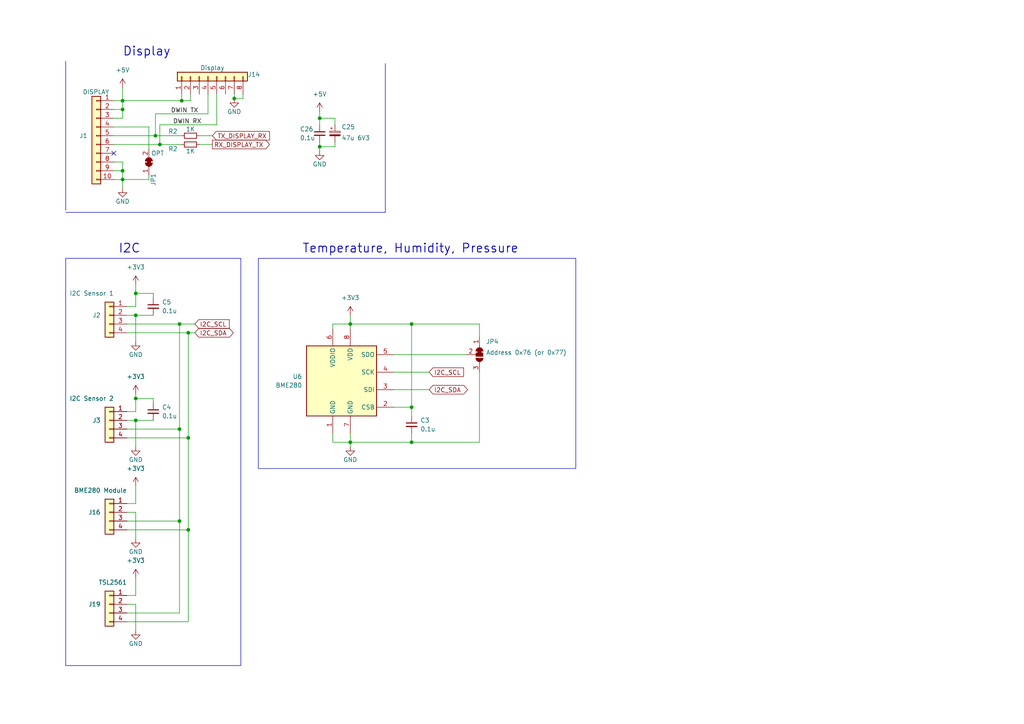
<source format=kicad_sch>
(kicad_sch (version 20230121) (generator eeschema)
  (paper "A4")
  (lib_symbols
    (symbol "Connector_Generic:Conn_01x04" (pin_names (offset 1.016) hide)
      (property "Reference" "J" (at 0 5.08 0))
      (property "Value" "Conn_01x04" (at 0 -7.62 0))
      (symbol "Conn_01x04_1_1"
        (rectangle (start -1.27 -4.953) (end 0 -5.207) (stroke (width 0.1524)))
        (rectangle (start -1.27 -2.413) (end 0 -2.667) (stroke (width 0.1524)))
        (rectangle (start -1.27 0.127) (end 0 -0.127) (stroke (width 0.1524)))
        (rectangle (start -1.27 2.667) (end 0 2.413) (stroke (width 0.1524)))
        (rectangle (start -1.27 3.81) (end 1.27 -6.35) (stroke (width 0.254)) (fill (type background)))
        (pin passive line (at -5.08 2.54 0) (length 3.81) (name "Pin_1") (number "1"))
        (pin passive line (at -5.08 0 0) (length 3.81) (name "Pin_2") (number "2"))
        (pin passive line (at -5.08 -2.54 0) (length 3.81) (name "Pin_3") (number "3"))
        (pin passive line (at -5.08 -5.08 0) (length 3.81) (name "Pin_4") (number "4"))
      )
    )
    (symbol "Connector_Generic:Conn_01x08" (pin_names (offset 1.016) hide)
      (property "Reference" "J" (at 0 10.16 0))
      (property "Value" "Conn_01x08" (at 0 -12.7 0))
      (symbol "Conn_01x08_1_1"
        (rectangle (start -1.27 -10.033) (end 0 -10.287) (stroke (width 0.1524)))
        (rectangle (start -1.27 -7.493) (end 0 -7.747) (stroke (width 0.1524)))
        (rectangle (start -1.27 -4.953) (end 0 -5.207) (stroke (width 0.1524)))
        (rectangle (start -1.27 -2.413) (end 0 -2.667) (stroke (width 0.1524)))
        (rectangle (start -1.27 0.127) (end 0 -0.127) (stroke (width 0.1524)))
        (rectangle (start -1.27 2.667) (end 0 2.413) (stroke (width 0.1524)))
        (rectangle (start -1.27 5.207) (end 0 4.953) (stroke (width 0.1524)))
        (rectangle (start -1.27 7.747) (end 0 7.493) (stroke (width 0.1524)))
        (rectangle (start -1.27 8.89) (end 1.27 -11.43) (stroke (width 0.254)) (fill (type background)))
        (pin passive line (at -5.08 7.62 0) (length 3.81) (name "Pin_1") (number "1"))
        (pin passive line (at -5.08 5.08 0) (length 3.81) (name "Pin_2") (number "2"))
        (pin passive line (at -5.08 2.54 0) (length 3.81) (name "Pin_3") (number "3"))
        (pin passive line (at -5.08 0 0) (length 3.81) (name "Pin_4") (number "4"))
        (pin passive line (at -5.08 -2.54 0) (length 3.81) (name "Pin_5") (number "5"))
        (pin passive line (at -5.08 -5.08 0) (length 3.81) (name "Pin_6") (number "6"))
        (pin passive line (at -5.08 -7.62 0) (length 3.81) (name "Pin_7") (number "7"))
        (pin passive line (at -5.08 -10.16 0) (length 3.81) (name "Pin_8") (number "8"))
      )
    )
    (symbol "Connector_Generic:Conn_01x10" (pin_names (offset 1.016) hide)
      (property "Reference" "J" (at 0 12.7 0))
      (property "Value" "Conn_01x10" (at 0 -15.24 0))
      (symbol "Conn_01x10_1_1"
        (rectangle (start -1.27 -12.573) (end 0 -12.827) (stroke (width 0.1524)))
        (rectangle (start -1.27 -10.033) (end 0 -10.287) (stroke (width 0.1524)))
        (rectangle (start -1.27 -7.493) (end 0 -7.747) (stroke (width 0.1524)))
        (rectangle (start -1.27 -4.953) (end 0 -5.207) (stroke (width 0.1524)))
        (rectangle (start -1.27 -2.413) (end 0 -2.667) (stroke (width 0.1524)))
        (rectangle (start -1.27 0.127) (end 0 -0.127) (stroke (width 0.1524)))
        (rectangle (start -1.27 2.667) (end 0 2.413) (stroke (width 0.1524)))
        (rectangle (start -1.27 5.207) (end 0 4.953) (stroke (width 0.1524)))
        (rectangle (start -1.27 7.747) (end 0 7.493) (stroke (width 0.1524)))
        (rectangle (start -1.27 10.287) (end 0 10.033) (stroke (width 0.1524)))
        (rectangle (start -1.27 11.43) (end 1.27 -13.97) (stroke (width 0.254)) (fill (type background)))
        (pin passive line (at -5.08 10.16 0) (length 3.81) (name "Pin_1") (number "1"))
        (pin passive line (at -5.08 -12.7 0) (length 3.81) (name "Pin_10") (number "10"))
        (pin passive line (at -5.08 7.62 0) (length 3.81) (name "Pin_2") (number "2"))
        (pin passive line (at -5.08 5.08 0) (length 3.81) (name "Pin_3") (number "3"))
        (pin passive line (at -5.08 2.54 0) (length 3.81) (name "Pin_4") (number "4"))
        (pin passive line (at -5.08 0 0) (length 3.81) (name "Pin_5") (number "5"))
        (pin passive line (at -5.08 -2.54 0) (length 3.81) (name "Pin_6") (number "6"))
        (pin passive line (at -5.08 -5.08 0) (length 3.81) (name "Pin_7") (number "7"))
        (pin passive line (at -5.08 -7.62 0) (length 3.81) (name "Pin_8") (number "8"))
        (pin passive line (at -5.08 -10.16 0) (length 3.81) (name "Pin_9") (number "9"))
      )
    )
    (symbol "Device:C_Polarized_Small" (pin_numbers hide) (pin_names (offset 0.254) hide)
      (property "Reference" "C" (at 0.254 1.778 0))
      (property "Value" "C_Polarized_Small" (at 0.254 -2.032 0))
      (symbol "C_Polarized_Small_0_1"
        (rectangle (start -1.524 -0.3048) (end 1.524 -0.6858) (fill (type outline)))
        (rectangle (start -1.524 0.6858) (end 1.524 0.3048))
        (polyline (pts (xy -1.27 1.524) (xy -0.762 1.524)))
        (polyline (pts (xy -1.016 1.27) (xy -1.016 1.778)))
      )
      (symbol "C_Polarized_Small_1_1"
        (pin passive line (at 0 2.54 270) (length 1.8542) (name "~") (number "1"))
        (pin passive line (at 0 -2.54 90) (length 1.8542) (name "~") (number "2"))
      )
    )
    (symbol "Device:C_Small" (pin_numbers hide) (pin_names (offset 0.254) hide)
      (property "Reference" "C" (at 0.254 1.778 0))
      (property "Value" "C_Small" (at 0.254 -2.032 0))
      (symbol "C_Small_0_1"
        (polyline (pts (xy -1.524 -0.508) (xy 1.524 -0.508)) (stroke (width 0.3302)))
        (polyline (pts (xy -1.524 0.508) (xy 1.524 0.508)) (stroke (width 0.3048)))
      )
      (symbol "C_Small_1_1"
        (pin passive line (at 0 2.54 270) (length 2.032) (name "~") (number "1"))
        (pin passive line (at 0 -2.54 90) (length 2.032) (name "~") (number "2"))
      )
    )
    (symbol "Device:R_Small" (pin_numbers hide) (pin_names (offset 0.254) hide)
      (property "Reference" "R" (at 0.762 0.508 0))
      (property "Value" "R_Small" (at 0.762 -1.016 0))
      (symbol "R_Small_0_1"
        (rectangle (start -0.762 1.778) (end 0.762 -1.778) (stroke (width 0.2032)))
      )
      (symbol "R_Small_1_1"
        (pin passive line (at 0 2.54 270) (length 0.762) (name "~") (number "1"))
        (pin passive line (at 0 -2.54 90) (length 0.762) (name "~") (number "2"))
      )
    )
    (symbol "Jumper:SolderJumper_2_Bridged" (pin_names (offset 0) hide)
      (property "Reference" "JP" (at 0 2.032 0))
      (property "Value" "SolderJumper_2_Bridged" (at 0 -2.54 0))
      (symbol "SolderJumper_2_Bridged_0_1"
        (rectangle (start -0.508 0.508) (end 0.508 -0.508) (fill (type outline)))
        (arc (start -0.254 1.016) (mid -1.2656 0) (end -0.254 -1.016))
        (arc (start -0.254 1.016) (mid -1.2656 0) (end -0.254 -1.016) (fill (type outline)))
        (polyline (pts (xy -0.254 1.016) (xy -0.254 -1.016)))
        (polyline (pts (xy 0.254 1.016) (xy 0.254 -1.016)))
        (arc (start 0.254 -1.016) (mid 1.2656 0) (end 0.254 1.016))
        (arc (start 0.254 -1.016) (mid 1.2656 0) (end 0.254 1.016) (fill (type outline)))
      )
      (symbol "SolderJumper_2_Bridged_1_1"
        (pin passive line (at -3.81 0 0) (length 2.54) (name "A") (number "1"))
        (pin passive line (at 3.81 0 180) (length 2.54) (name "B") (number "2"))
      )
    )
    (symbol "Jumper:SolderJumper_3_Bridged12" (pin_names (offset 0) hide)
      (property "Reference" "JP" (at -2.54 -2.54 0))
      (property "Value" "SolderJumper_3_Bridged12" (at 0 2.794 0))
      (symbol "SolderJumper_3_Bridged12_0_1"
        (rectangle (start -1.016 0.508) (end -0.508 -0.508) (fill (type outline)))
        (arc (start -1.016 1.016) (mid -2.0276 0) (end -1.016 -1.016))
        (arc (start -1.016 1.016) (mid -2.0276 0) (end -1.016 -1.016) (fill (type outline)))
        (rectangle (start -0.508 1.016) (end 0.508 -1.016) (fill (type outline)))
        (polyline (pts (xy -2.54 0) (xy -2.032 0)))
        (polyline (pts (xy -1.016 1.016) (xy -1.016 -1.016)))
        (polyline (pts (xy 0 -1.27) (xy 0 -1.016)))
        (polyline (pts (xy 1.016 1.016) (xy 1.016 -1.016)))
        (polyline (pts (xy 2.54 0) (xy 2.032 0)))
        (arc (start 1.016 -1.016) (mid 2.0276 0) (end 1.016 1.016))
        (arc (start 1.016 -1.016) (mid 2.0276 0) (end 1.016 1.016) (fill (type outline)))
      )
      (symbol "SolderJumper_3_Bridged12_1_1"
        (pin passive line (at -5.08 0 0) (length 2.54) (name "A") (number "1"))
        (pin passive line (at 0 -3.81 90) (length 2.54) (name "C") (number "2"))
        (pin passive line (at 5.08 0 180) (length 2.54) (name "B") (number "3"))
      )
    )
    (symbol "Sensor:BME280"
      (property "Reference" "U" (at -8.89 11.43 0))
      (property "Value" "BME280" (at 7.62 11.43 0))
      (symbol "BME280_0_1"
        (rectangle (start -10.16 10.16) (end 10.16 -10.16) (stroke (width 0.254)) (fill (type background)))
      )
      (symbol "BME280_1_1"
        (pin power_in line (at -2.54 -15.24 90) (length 5.08) (name "GND") (number "1"))
        (pin input line (at 15.24 -7.62 180) (length 5.08) (name "CSB") (number "2"))
        (pin bidirectional line (at 15.24 -2.54 180) (length 5.08) (name "SDI") (number "3"))
        (pin input line (at 15.24 2.54 180) (length 5.08) (name "SCK") (number "4"))
        (pin bidirectional line (at 15.24 7.62 180) (length 5.08) (name "SDO") (number "5"))
        (pin power_in line (at -2.54 15.24 270) (length 5.08) (name "VDDIO") (number "6"))
        (pin power_in line (at 2.54 -15.24 90) (length 5.08) (name "GND") (number "7"))
        (pin power_in line (at 2.54 15.24 270) (length 5.08) (name "VDD") (number "8"))
      )
    )
    (symbol "power:+3V3" (power) (pin_names (offset 0))
      (property "Value" "+3V3" (at 0 3.556 0))
      (symbol "+3V3_0_1"
        (polyline (pts (xy -0.762 1.27) (xy 0 2.54)))
        (polyline (pts (xy 0 0) (xy 0 2.54)))
        (polyline (pts (xy 0 2.54) (xy 0.762 1.27)))
      )
      (symbol "+3V3_1_1"
        (pin power_in line (at 0 0 90) (length 0) hide (name "+3V3") (number "1"))
      )
    )
    (symbol "power:+5V" (power) (pin_names (offset 0))
      (property "Value" "+5V" (at 0 3.556 0))
      (symbol "+5V_0_1"
        (polyline (pts (xy -0.762 1.27) (xy 0 2.54)))
        (polyline (pts (xy 0 0) (xy 0 2.54)))
        (polyline (pts (xy 0 2.54) (xy 0.762 1.27)))
      )
      (symbol "+5V_1_1"
        (pin power_in line (at 0 0 90) (length 0) hide (name "+5V") (number "1"))
      )
    )
    (symbol "power:GND" (power) (pin_names (offset 0))
      (property "Value" "GND" (at 0 -3.81 0))
      (symbol "GND_0_1"
        (polyline (pts (xy 0 0) (xy 0 -1.27) (xy 1.27 -1.27) (xy 0 -2.54) (xy -1.27 -1.27) (xy 0 -1.27)))
      )
      (symbol "GND_1_1"
        (pin power_in line (at 0 0 270) (length 0) hide (name "GND") (number "1"))
      )
    )
  )
  (junction (at 35.56 29.21))
  (junction (at 54.61 96.52))
  (junction (at 45.085 39.37))
  (junction (at 46.355 41.91))
  (junction (at 54.61 153.67))
  (junction (at 67.945 28.575))
  (junction (at 119.38 118.11))
  (junction (at 101.6 93.98))
  (junction (at 119.38 128.27))
  (junction (at 39.37 115.57))
  (junction (at 35.56 31.75))
  (junction (at 35.56 52.07))
  (junction (at 92.71 34.29))
  (junction (at 52.07 124.46))
  (junction (at 52.705 29.21))
  (junction (at 119.38 93.98))
  (junction (at 35.56 49.53))
  (junction (at 92.71 42.545))
  (junction (at 52.07 93.98))
  (junction (at 101.6 128.27))
  (junction (at 39.37 85.09))
  (junction (at 39.37 91.44))
  (junction (at 39.37 121.92))
  (junction (at 54.61 127))
  (junction (at 52.07 151.13))
  (no_connect (at 33.02 44.45))
  (wire (pts (xy 35.56 31.75) (xy 33.02 31.75)))
  (wire (pts (xy 97.155 34.29) (xy 92.71 34.29)))
  (wire (pts (xy 46.355 36.195) (xy 46.355 41.91)))
  (wire (pts (xy 54.61 96.52) (xy 56.515 96.52)))
  (wire (pts (xy 96.52 125.73) (xy 96.52 128.27)))
  (wire (pts (xy 39.37 156.21) (xy 39.37 148.59)))
  (wire (pts (xy 39.37 91.44) (xy 36.83 91.44)))
  (wire (pts (xy 52.07 93.98) (xy 56.515 93.98)))
  (wire (pts (xy 101.6 95.25) (xy 101.6 93.98)))
  (wire (pts (xy 43.18 36.83) (xy 43.18 43.18)))
  (wire (pts (xy 36.83 172.72) (xy 39.37 172.72)))
  (wire (pts (xy 101.6 93.98) (xy 96.52 93.98)))
  (wire (pts (xy 52.07 124.46) (xy 52.07 151.13)))
  (wire (pts (xy 139.065 97.79) (xy 139.065 93.98)))
  (wire (pts (xy 52.705 29.21) (xy 55.245 29.21)))
  (wire (pts (xy 57.785 41.91) (xy 61.595 41.91)))
  (wire (pts (xy 36.83 119.38) (xy 39.37 119.38)))
  (wire (pts (xy 67.945 28.575) (xy 67.945 27.305)))
  (wire (pts (xy 35.56 52.07) (xy 33.02 52.07)))
  (polyline (pts (xy 111.76 18.415) (xy 111.76 61.595)))
  (wire (pts (xy 62.865 36.195) (xy 46.355 36.195)))
  (wire (pts (xy 36.83 177.8) (xy 52.07 177.8)))
  (wire (pts (xy 52.705 39.37) (xy 45.085 39.37)))
  (wire (pts (xy 119.38 93.98) (xy 119.38 118.11)))
  (wire (pts (xy 36.83 93.98) (xy 52.07 93.98)))
  (wire (pts (xy 39.37 99.06) (xy 39.37 91.44)))
  (wire (pts (xy 97.155 36.195) (xy 97.155 34.29)))
  (wire (pts (xy 36.83 146.05) (xy 39.37 146.05)))
  (wire (pts (xy 139.065 128.27) (xy 119.38 128.27)))
  (wire (pts (xy 92.71 42.545) (xy 92.71 41.275)))
  (wire (pts (xy 39.37 82.55) (xy 39.37 85.09)))
  (wire (pts (xy 35.56 31.75) (xy 35.56 29.21)))
  (wire (pts (xy 119.38 128.27) (xy 119.38 125.73)))
  (wire (pts (xy 39.37 129.54) (xy 39.37 121.92)))
  (wire (pts (xy 39.37 182.88) (xy 39.37 175.26)))
  (wire (pts (xy 54.61 127) (xy 54.61 96.52)))
  (wire (pts (xy 96.52 128.27) (xy 101.6 128.27)))
  (wire (pts (xy 39.37 175.26) (xy 36.83 175.26)))
  (wire (pts (xy 39.37 121.92) (xy 44.45 121.92)))
  (wire (pts (xy 62.865 27.305) (xy 62.865 36.195)))
  (wire (pts (xy 33.02 36.83) (xy 43.18 36.83)))
  (wire (pts (xy 54.61 153.67) (xy 54.61 127)))
  (wire (pts (xy 55.245 29.21) (xy 55.245 27.305)))
  (wire (pts (xy 139.065 93.98) (xy 119.38 93.98)))
  (wire (pts (xy 92.71 43.815) (xy 92.71 42.545)))
  (wire (pts (xy 39.37 121.92) (xy 36.83 121.92)))
  (wire (pts (xy 97.155 41.275) (xy 97.155 42.545)))
  (wire (pts (xy 33.02 49.53) (xy 35.56 49.53)))
  (wire (pts (xy 60.325 27.305) (xy 60.325 33.02)))
  (wire (pts (xy 44.45 86.36) (xy 44.45 85.09)))
  (wire (pts (xy 39.37 140.97) (xy 39.37 146.05)))
  (wire (pts (xy 39.37 167.64) (xy 39.37 172.72)))
  (wire (pts (xy 35.56 29.21) (xy 33.02 29.21)))
  (wire (pts (xy 44.45 116.84) (xy 44.45 115.57)))
  (wire (pts (xy 92.71 34.29) (xy 92.71 36.195)))
  (wire (pts (xy 36.83 127) (xy 54.61 127)))
  (wire (pts (xy 101.6 125.73) (xy 101.6 128.27)))
  (wire (pts (xy 39.37 88.9) (xy 39.37 85.09)))
  (wire (pts (xy 57.785 39.37) (xy 61.595 39.37)))
  (wire (pts (xy 36.83 88.9) (xy 39.37 88.9)))
  (wire (pts (xy 33.02 46.99) (xy 35.56 46.99)))
  (wire (pts (xy 39.37 119.38) (xy 39.37 115.57)))
  (wire (pts (xy 114.3 113.03) (xy 124.46 113.03)))
  (wire (pts (xy 45.085 39.37) (xy 33.02 39.37)))
  (wire (pts (xy 39.37 91.44) (xy 44.45 91.44)))
  (wire (pts (xy 114.3 107.95) (xy 124.46 107.95)))
  (wire (pts (xy 70.485 27.305) (xy 70.485 28.575)))
  (wire (pts (xy 36.83 180.34) (xy 54.61 180.34)))
  (wire (pts (xy 33.02 34.29) (xy 35.56 34.29)))
  (wire (pts (xy 96.52 93.98) (xy 96.52 95.25)))
  (wire (pts (xy 36.83 153.67) (xy 54.61 153.67)))
  (wire (pts (xy 36.83 96.52) (xy 54.61 96.52)))
  (wire (pts (xy 46.355 41.91) (xy 33.02 41.91)))
  (wire (pts (xy 119.38 118.11) (xy 119.38 120.65)))
  (polyline (pts (xy 111.76 61.595) (xy 19.05 61.595)))
  (wire (pts (xy 35.56 54.61) (xy 35.56 52.07)))
  (wire (pts (xy 52.705 41.91) (xy 46.355 41.91)))
  (wire (pts (xy 36.83 124.46) (xy 52.07 124.46)))
  (wire (pts (xy 44.45 115.57) (xy 39.37 115.57)))
  (wire (pts (xy 101.6 128.27) (xy 101.6 129.54)))
  (wire (pts (xy 36.83 151.13) (xy 52.07 151.13)))
  (wire (pts (xy 101.6 91.44) (xy 101.6 93.98)))
  (wire (pts (xy 52.705 27.305) (xy 52.705 29.21)))
  (wire (pts (xy 35.56 34.29) (xy 35.56 31.75)))
  (wire (pts (xy 44.45 85.09) (xy 39.37 85.09)))
  (wire (pts (xy 35.56 29.21) (xy 52.705 29.21)))
  (wire (pts (xy 101.6 93.98) (xy 119.38 93.98)))
  (wire (pts (xy 35.56 46.99) (xy 35.56 49.53)))
  (wire (pts (xy 35.56 25.4) (xy 35.56 29.21)))
  (wire (pts (xy 70.485 28.575) (xy 67.945 28.575)))
  (wire (pts (xy 43.18 52.07) (xy 43.18 50.8)))
  (wire (pts (xy 114.3 102.87) (xy 135.255 102.87)))
  (wire (pts (xy 97.155 42.545) (xy 92.71 42.545)))
  (wire (pts (xy 60.325 33.02) (xy 45.085 33.02)))
  (wire (pts (xy 139.065 107.95) (xy 139.065 128.27)))
  (wire (pts (xy 54.61 180.34) (xy 54.61 153.67)))
  (wire (pts (xy 119.38 118.11) (xy 114.3 118.11)))
  (wire (pts (xy 39.37 148.59) (xy 36.83 148.59)))
  (wire (pts (xy 52.07 151.13) (xy 52.07 177.8)))
  (wire (pts (xy 39.37 115.57) (xy 39.37 114.3)))
  (wire (pts (xy 35.56 52.07) (xy 43.18 52.07)))
  (wire (pts (xy 101.6 128.27) (xy 119.38 128.27)))
  (wire (pts (xy 52.07 93.98) (xy 52.07 124.46)))
  (wire (pts (xy 35.56 49.53) (xy 35.56 52.07)))
  (wire (pts (xy 92.71 32.385) (xy 92.71 34.29)))
  (polyline (pts (xy 19.05 60.96) (xy 19.05 17.78)))
  (wire (pts (xy 45.085 33.02) (xy 45.085 39.37)))
  (rectangle (start 74.93 74.93) (end 167.005 135.89))
  (rectangle (start 19.05 74.93) (end 69.85 193.04))
  (text "I2C" (at 34.29 73.66 0) (effects (font (size 2.54 2.54) (thickness 0.254) bold) (justify left bottom)))
  (text "Display" (at 35.56 16.51 0) (effects (font (size 2.54 2.54) (thickness 0.254) bold) (justify left bottom)))
  (text "Temperature, Humidity, Pressure" (at 87.63 73.66 0) (effects (font (size 2.54 2.54) (thickness 0.254) bold) (justify left bottom)))
  (label "DWIN TX" (at 49.53 33.02 0))
  (label "DWIN RX" (at 50.165 36.195 0))
  (global_label "TX_DISPLAY_RX" (shape input) (at 61.595 39.37 0) (property "Intersheetrefs" "${INTERSHEET_REFS}" (effects hide)))
  (global_label "I2C_SDA" (shape bidirectional) (at 124.46 113.03 0) (property "Intersheetrefs" "${INTERSHEET_REFS}" (effects hide)))
  (global_label "RX_DISPLAY_TX" (shape output) (at 61.595 41.91 0) (property "Intersheetrefs" "${INTERSHEET_REFS}" (effects hide)))
  (global_label "I2C_SCL" (shape input) (at 124.46 107.95 0) (property "Intersheetrefs" "${INTERSHEET_REFS}" (effects hide)))
  (global_label "I2C_SCL" (shape input) (at 56.515 93.98 0) (property "Intersheetrefs" "${INTERSHEET_REFS}" (effects hide)))
  (global_label "I2C_SDA" (shape bidirectional) (at 56.515 96.52 0) (property "Intersheetrefs" "${INTERSHEET_REFS}" (effects hide)))
  (symbol (lib_id "power:GND") (at 39.37 156.21 0) (mirror y) (unit 1)
    (property "Reference" "#PWR086" (effects hide))
    (property "Value" "GND" (at 39.37 160.02 0))
  )
  (symbol (lib_id "Connector_Generic:Conn_01x04") (at 31.75 121.92 0) (mirror y) (unit 1)
    (property "Reference" "J3" (at 29.21 121.92 0) (effects (justify left)))
    (property "Value" "I2C Sensor 2" (at 33.02 115.57 0) (effects (justify left)))
    (property "Footprint" "Connector_JST:JST_PH_S4B-PH-K_1x04_P2.00mm_Horizontal" (effects hide))
  )
  (symbol (lib_id "power:GND") (at 39.37 129.54 0) (mirror y) (unit 1)
    (property "Reference" "#PWR016" (effects hide))
    (property "Value" "GND" (at 39.37 133.35 0))
  )
  (symbol (lib_id "power:GND") (at 67.945 28.575 0) (mirror y) (unit 1)
    (property "Reference" "#PWR084" (effects hide))
    (property "Value" "GND" (at 67.945 32.385 0))
  )
  (symbol (lib_id "Connector_Generic:Conn_01x10") (at 27.94 39.37 0) (mirror y) (unit 1)
    (property "Reference" "J1" (at 25.4 39.3699 0) (effects (justify left)))
    (property "Value" "DISPLAY" (at 31.75 26.67 0) (effects (justify left)))
    (property "Footprint" "Molex_200528-0100_1x10-1MP_P1.00mm_Horizontal" (effects hide))
  )
  (symbol (lib_id "Connector_Generic:Conn_01x08") (at 60.325 22.225 90) (unit 1)
    (property "Reference" "J14" (at 73.66 21.59 90))
    (property "Value" "Display" (at 61.595 19.685 90))
    (property "Footprint" "Connector_JST:JST_PH_S8B-PH-K_1x08_P2.00mm_Horizontal" (effects hide))
  )
  (symbol (lib_id "power:+3V3") (at 39.37 82.55 0) (unit 1)
    (property "Reference" "#PWR014" (effects hide))
    (property "Value" "+3V3" (at 39.37 77.47 0))
  )
  (symbol (lib_id "Device:C_Small") (at 44.45 88.9 0) (unit 1)
    (property "Reference" "C5" (at 46.99 87.6363 0) (effects (justify left)))
    (property "Value" "0.1u" (at 46.99 90.1763 0) (effects (justify left)))
    (property "Footprint" "Capacitor_SMD:C_0805_2012Metric_Pad1.18x1.45mm_HandSolder" (effects hide))
  )
  (symbol (lib_id "Device:R_Small") (at 55.245 41.91 90) (unit 1)
    (property "Reference" "R2" (at 50.165 43.18 90))
    (property "Value" "1K" (at 55.245 43.815 90))
    (property "Footprint" "Resistor_SMD:R_0805_2012Metric_Pad1.20x1.40mm_HandSolder" (effects hide))
    (instances (project "CAN_DISPLAY" (path "" (reference "R2") (unit 1)) (path "" (reference "R10") (unit 1)) (path "" (reference "R12") (unit 1)) (path "" (reference "R15") (unit 1))))
  )
  (symbol (lib_id "Connector_Generic:Conn_01x04") (at 31.75 91.44 0) (mirror y) (unit 1)
    (property "Reference" "J2" (at 29.21 91.44 0) (effects (justify left)))
    (property "Value" "I2C Sensor 1" (at 33.02 85.09 0) (effects (justify left)))
    (property "Footprint" "Connector_JST:JST_PH_S4B-PH-K_1x04_P2.00mm_Horizontal" (effects hide))
  )
  (symbol (lib_id "power:GND") (at 92.71 43.815 0) (mirror y) (unit 1)
    (property "Reference" "#PWR031" (effects hide))
    (property "Value" "GND" (at 92.71 47.625 0))
  )
  (symbol (lib_id "power:+3V3") (at 39.37 140.97 0) (unit 1)
    (property "Reference" "#PWR085" (effects hide))
    (property "Value" "+3V3" (at 39.37 135.89 0))
  )
  (symbol (lib_id "power:GND") (at 35.56 54.61 0) (mirror y) (unit 1)
    (property "Reference" "#PWR012" (effects hide))
    (property "Value" "GND" (at 35.56 58.42 0))
  )
  (symbol (lib_id "Jumper:SolderJumper_2_Bridged") (at 43.18 46.99 270) (mirror x) (unit 1)
    (property "Reference" "JP1" (at 44.45 52.07 0))
    (property "Value" "OPT" (at 45.72 44.45 90))
    (property "Footprint" "Jumper:SolderJumper-2_P1.3mm_Bridged_Pad1.0x1.5mm" (effects hide))
  )
  (symbol (lib_id "Device:R_Small") (at 55.245 39.37 270) (unit 1)
    (property "Reference" "R2" (at 50.165 38.1 90))
    (property "Value" "1K" (at 55.245 37.465 90))
    (property "Footprint" "Resistor_SMD:R_0805_2012Metric_Pad1.20x1.40mm_HandSolder" (effects hide))
    (instances (project "CAN_DISPLAY" (path "" (reference "R2") (unit 1)) (path "" (reference "R10") (unit 1)) (path "" (reference "R12") (unit 1)) (path "" (reference "R13") (unit 1))))
  )
  (symbol (lib_id "Device:C_Small") (at 44.45 119.38 0) (unit 1)
    (property "Reference" "C4" (at 46.99 118.1163 0) (effects (justify left)))
    (property "Value" "0.1u" (at 46.99 120.6563 0) (effects (justify left)))
    (property "Footprint" "Capacitor_SMD:C_0805_2012Metric_Pad1.18x1.45mm_HandSolder" (effects hide))
  )
  (symbol (lib_id "power:GND") (at 101.6 129.54 0) (mirror y) (unit 1)
    (property "Reference" "#PWR017" (effects hide))
    (property "Value" "GND" (at 101.6 133.35 0))
  )
  (symbol (lib_id "power:+3V3") (at 101.6 91.44 0) (unit 1)
    (property "Reference" "#PWR018" (effects hide))
    (property "Value" "+3V3" (at 101.6 86.36 0))
  )
  (symbol (lib_id "Jumper:SolderJumper_3_Bridged12") (at 139.065 102.87 270) (unit 1)
    (property "Reference" "JP4" (at 140.97 99.06 90) (effects (justify left)))
    (property "Value" "Address 0x76 (or 0x77)" (at 140.97 102.235 90) (effects (justify left)))
    (property "Footprint" "Jumper:SolderJumper-3_P1.3mm_Bridged12_Pad1.0x1.5mm" (effects hide))
  )
  (symbol (lib_id "Connector_Generic:Conn_01x04") (at 31.75 148.59 0) (mirror y) (unit 1)
    (property "Reference" "J16" (at 29.21 148.59 0) (effects (justify left)))
    (property "Value" "BME280 Module" (at 36.83 142.24 0) (effects (justify left)))
    (property "Footprint" "Connector_PinHeader_2.54mm:PinHeader_1x04_P2.54mm_Vertical" (effects hide))
  )
  (symbol (lib_id "Sensor:BME280") (at 99.06 110.49 0) (unit 1)
    (property "Reference" "U6" (at 87.63 109.22 0) (effects (justify right)))
    (property "Value" "BME280" (at 87.63 111.76 0) (effects (justify right)))
    (property "Footprint" "Package_LGA:Bosch_LGA-8_2.5x2.5mm_P0.65mm_ClockwisePinNumbering" (effects hide))
    (property "Datasheet" "https://www.bosch-sensortec.com/media/boschsensortec/downloads/datasheets/bst-bme280-ds002.pdf" (effects hide))
  )
  (symbol (lib_id "Connector_Generic:Conn_01x04") (at 31.75 175.26 0) (mirror y) (unit 1)
    (property "Reference" "J19" (at 29.21 175.26 0) (effects (justify left)))
    (property "Value" "TSL2561" (at 36.83 168.91 0) (effects (justify left)))
    (property "Footprint" "Connector_PinHeader_2.54mm:PinHeader_1x04_P2.54mm_Vertical" (effects hide))
  )
  (symbol (lib_id "power:+3V3") (at 39.37 114.3 0) (unit 1)
    (property "Reference" "#PWR015" (effects hide))
    (property "Value" "+3V3" (at 39.37 109.22 0))
  )
  (symbol (lib_id "power:GND") (at 39.37 99.06 0) (mirror y) (unit 1)
    (property "Reference" "#PWR013" (effects hide))
    (property "Value" "GND" (at 39.37 102.87 0))
  )
  (symbol (lib_id "power:+3V3") (at 39.37 167.64 0) (unit 1)
    (property "Reference" "#PWR091" (effects hide))
    (property "Value" "+3V3" (at 39.37 162.56 0))
  )
  (symbol (lib_id "Device:C_Polarized_Small") (at 97.155 38.735 0) (unit 1)
    (property "Reference" "C25" (at 99.06 36.83 0) (effects (justify left)))
    (property "Value" "47u 6V3" (at 99.06 40.005 0) (effects (justify left)))
    (property "Footprint" "Capacitor_Tantalum_SMD:CP_EIA-3528-21_Kemet-B_Pad1.50x2.35mm_HandSolder" (effects hide))
  )
  (symbol (lib_id "Device:C_Small") (at 119.38 123.19 0) (unit 1)
    (property "Reference" "C3" (at 121.92 121.9263 0) (effects (justify left)))
    (property "Value" "0.1u" (at 121.92 124.4663 0) (effects (justify left)))
    (property "Footprint" "Capacitor_SMD:C_0805_2012Metric_Pad1.18x1.45mm_HandSolder" (effects hide))
  )
  (symbol (lib_id "power:+5V") (at 92.71 32.385 0) (unit 1)
    (property "Reference" "#PWR079" (effects hide))
    (property "Value" "+5V" (at 92.71 27.305 0))
  )
  (symbol (lib_id "power:+5V") (at 35.56 25.4 0) (unit 1)
    (property "Reference" "#PWR010" (effects hide))
    (property "Value" "+5V" (at 35.56 20.32 0))
  )
  (symbol (lib_id "power:GND") (at 39.37 182.88 0) (mirror y) (unit 1)
    (property "Reference" "#PWR092" (effects hide))
    (property "Value" "GND" (at 39.37 186.69 0))
  )
  (symbol (lib_id "Device:C_Small") (at 92.71 38.735 0) (unit 1)
    (property "Reference" "C26" (at 86.995 37.465 0) (effects (justify left)))
    (property "Value" "0.1u" (at 86.995 40.005 0) (effects (justify left)))
    (property "Footprint" "Capacitor_SMD:C_0805_2012Metric_Pad1.18x1.45mm_HandSolder" (effects hide))
  )
)
</source>
